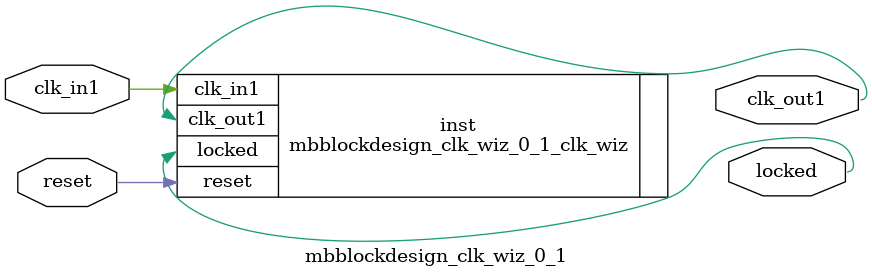
<source format=v>


`timescale 1ps/1ps

(* CORE_GENERATION_INFO = "mbblockdesign_clk_wiz_0_1,clk_wiz_v6_0_13_0_0,{component_name=mbblockdesign_clk_wiz_0_1,use_phase_alignment=true,use_min_o_jitter=false,use_max_i_jitter=false,use_dyn_phase_shift=false,use_inclk_switchover=false,use_dyn_reconfig=false,enable_axi=0,feedback_source=FDBK_AUTO,PRIMITIVE=MMCM,num_out_clk=1,clkin1_period=10.000,clkin2_period=10.000,use_power_down=false,use_reset=true,use_locked=true,use_inclk_stopped=false,feedback_type=SINGLE,CLOCK_MGR_TYPE=NA,manual_override=false}" *)

module mbblockdesign_clk_wiz_0_1 
 (
  // Clock out ports
  output        clk_out1,
  // Status and control signals
  input         reset,
  output        locked,
 // Clock in ports
  input         clk_in1
 );

  mbblockdesign_clk_wiz_0_1_clk_wiz inst
  (
  // Clock out ports  
  .clk_out1(clk_out1),
  // Status and control signals               
  .reset(reset), 
  .locked(locked),
 // Clock in ports
  .clk_in1(clk_in1)
  );

endmodule

</source>
